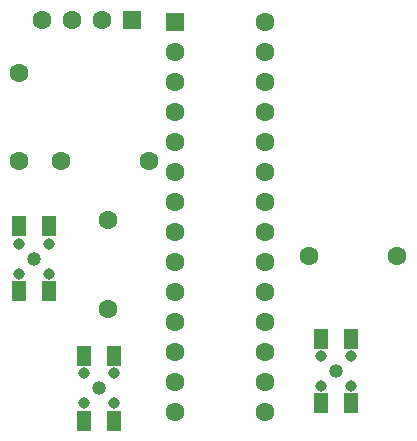
<source format=gbr>
%TF.GenerationSoftware,KiCad,Pcbnew,9.0.7*%
%TF.CreationDate,2026-02-11T23:59:08+05:30*%
%TF.ProjectId,simple MCU board,73696d70-6c65-4204-9d43-5520626f6172,rev?*%
%TF.SameCoordinates,Original*%
%TF.FileFunction,Soldermask,Top*%
%TF.FilePolarity,Negative*%
%FSLAX46Y46*%
G04 Gerber Fmt 4.6, Leading zero omitted, Abs format (unit mm)*
G04 Created by KiCad (PCBNEW 9.0.7) date 2026-02-11 23:59:08*
%MOMM*%
%LPD*%
G01*
G04 APERTURE LIST*
G04 Aperture macros list*
%AMRoundRect*
0 Rectangle with rounded corners*
0 $1 Rounding radius*
0 $2 $3 $4 $5 $6 $7 $8 $9 X,Y pos of 4 corners*
0 Add a 4 corners polygon primitive as box body*
4,1,4,$2,$3,$4,$5,$6,$7,$8,$9,$2,$3,0*
0 Add four circle primitives for the rounded corners*
1,1,$1+$1,$2,$3*
1,1,$1+$1,$4,$5*
1,1,$1+$1,$6,$7*
1,1,$1+$1,$8,$9*
0 Add four rect primitives between the rounded corners*
20,1,$1+$1,$2,$3,$4,$5,0*
20,1,$1+$1,$4,$5,$6,$7,0*
20,1,$1+$1,$6,$7,$8,$9,0*
20,1,$1+$1,$8,$9,$2,$3,0*%
G04 Aperture macros list end*
%ADD10C,0.970000*%
%ADD11C,1.190000*%
%ADD12R,1.270000X1.680000*%
%ADD13RoundRect,0.250000X-0.550000X-0.550000X0.550000X-0.550000X0.550000X0.550000X-0.550000X0.550000X0*%
%ADD14C,1.600000*%
%ADD15R,1.600000X1.600000*%
G04 APERTURE END LIST*
D10*
%TO.C,SW1*%
X124000000Y-100460000D03*
X124000000Y-103000000D03*
D11*
X125270000Y-101730000D03*
D10*
X126540000Y-100460000D03*
X126540000Y-103000000D03*
D12*
X124000000Y-99010000D03*
X124000000Y-104450000D03*
X126540000Y-99010000D03*
X126540000Y-104450000D03*
%TD*%
D13*
%TO.C,U1*%
X111710000Y-72190000D03*
D14*
X111710000Y-74730000D03*
X111710000Y-77270000D03*
X111710000Y-79810000D03*
X111710000Y-82350000D03*
X111710000Y-84890000D03*
X111710000Y-87430000D03*
X111710000Y-89970000D03*
X111710000Y-92510000D03*
X111710000Y-95050000D03*
X111710000Y-97590000D03*
X111710000Y-100130000D03*
X111710000Y-102670000D03*
X111710000Y-105210000D03*
X119330000Y-105210000D03*
X119330000Y-102670000D03*
X119330000Y-100130000D03*
X119330000Y-97590000D03*
X119330000Y-95050000D03*
X119330000Y-92510000D03*
X119330000Y-89970000D03*
X119330000Y-87430000D03*
X119330000Y-84890000D03*
X119330000Y-82350000D03*
X119330000Y-79810000D03*
X119330000Y-77270000D03*
X119330000Y-74730000D03*
X119330000Y-72190000D03*
%TD*%
D15*
%TO.C,10K1*%
X108000000Y-72000000D03*
D14*
X105460000Y-72000000D03*
X102920000Y-72000000D03*
X100380000Y-72000000D03*
%TD*%
D10*
%TO.C,J1*%
X103960000Y-101960000D03*
X103960000Y-104500000D03*
D11*
X105230000Y-103230000D03*
D10*
X106500000Y-101960000D03*
X106500000Y-104500000D03*
D12*
X103960000Y-100510000D03*
X103960000Y-105950000D03*
X106500000Y-100510000D03*
X106500000Y-105950000D03*
%TD*%
D14*
%TO.C,22pF1*%
X109500000Y-84000000D03*
X102000000Y-84000000D03*
%TD*%
%TO.C,0.1uF1*%
X98500000Y-76500000D03*
X98500000Y-84000000D03*
%TD*%
%TO.C,0.1uF2*%
X123000000Y-92000000D03*
X130500000Y-92000000D03*
%TD*%
%TO.C,22pF2*%
X106000000Y-96500000D03*
X106000000Y-89000000D03*
%TD*%
D10*
%TO.C,XTAL1*%
X101000000Y-93500000D03*
X101000000Y-90960000D03*
D11*
X99730000Y-92230000D03*
D10*
X98460000Y-93500000D03*
X98460000Y-90960000D03*
D12*
X101000000Y-94950000D03*
X101000000Y-89510000D03*
X98460000Y-94950000D03*
X98460000Y-89510000D03*
%TD*%
M02*

</source>
